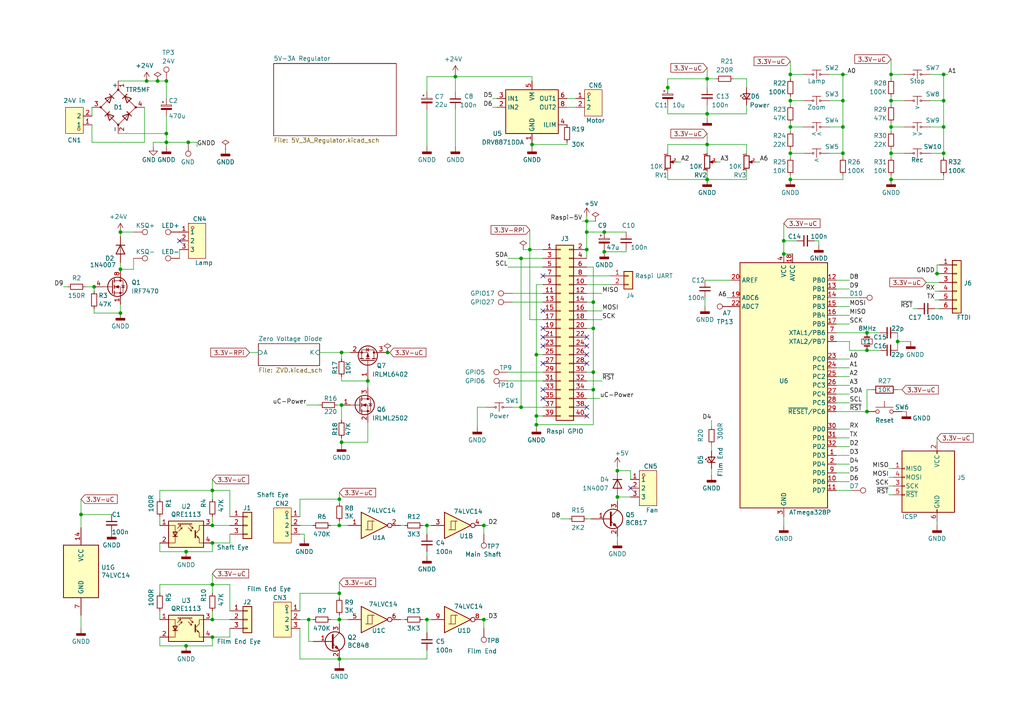
<source format=kicad_sch>
(kicad_sch (version 20230121) (generator eeschema)
  (paper "A4")
  (junction (at 273.685 21.59))
  (junction (at 229.235 29.21))
  (junction (at 170.18 64.135))
  (junction (at 99.06 128.27))
  (junction (at 205.105 33.02))
  (junction (at 258.445 21.59))
  (junction (at 170.18 67.31))
  (junction (at 48.26 38.735))
  (junction (at 48.26 41.275))
  (junction (at 42.545 23.495))
  (junction (at 172.085 95.25))
  (junction (at 132.08 22.225))
  (junction (at 244.475 36.83))
  (junction (at 61.595 142.24))
  (junction (at 258.445 44.45))
  (junction (at 61.595 179.705))
  (junction (at 155.575 123.19))
  (junction (at 98.425 152.4))
  (junction (at 23.495 149.225))
  (junction (at 89.535 179.705))
  (junction (at 53.975 187.325))
  (junction (at 258.445 36.83))
  (junction (at 251.46 119.38))
  (junction (at 273.685 44.45))
  (junction (at 271.78 79.375))
  (junction (at 251.46 96.52))
  (junction (at 54.61 41.275))
  (junction (at 61.595 169.545))
  (junction (at 170.18 72.39))
  (junction (at 45.72 23.495))
  (junction (at 175.26 73.025))
  (junction (at 227.33 73.66))
  (junction (at 61.595 152.4))
  (junction (at 193.675 25.4))
  (junction (at 155.575 120.65))
  (junction (at 229.235 21.59))
  (junction (at 155.575 102.87))
  (junction (at 98.425 179.705))
  (junction (at 98.425 172.085))
  (junction (at 179.07 136.525))
  (junction (at 244.475 21.59))
  (junction (at 258.445 29.21))
  (junction (at 172.085 107.95))
  (junction (at 273.685 29.21))
  (junction (at 34.925 90.805))
  (junction (at 229.235 44.45))
  (junction (at 123.825 179.705))
  (junction (at 175.26 67.31))
  (junction (at 273.685 36.83))
  (junction (at 205.105 22.86))
  (junction (at 172.085 87.63))
  (junction (at 99.06 102.235))
  (junction (at 151.13 118.11))
  (junction (at 172.085 113.03))
  (junction (at 106.68 110.49))
  (junction (at 61.595 157.48))
  (junction (at 99.06 117.475))
  (junction (at 140.335 179.705))
  (junction (at 34.925 78.105))
  (junction (at 229.235 52.07))
  (junction (at 98.425 191.135))
  (junction (at 179.07 144.145))
  (junction (at 112.395 102.235))
  (junction (at 229.235 36.83))
  (junction (at 258.445 52.07))
  (junction (at 123.825 152.4))
  (junction (at 153.67 72.39))
  (junction (at 53.975 160.02))
  (junction (at 227.33 69.85))
  (junction (at 244.475 44.45))
  (junction (at 205.105 41.91))
  (junction (at 27.305 83.185))
  (junction (at 34.925 67.31))
  (junction (at 205.105 52.07))
  (junction (at 151.13 74.93))
  (junction (at 61.595 184.785))
  (junction (at 251.46 101.6))
  (junction (at 154.305 41.91))
  (junction (at 140.335 152.4))
  (junction (at 98.425 144.78))
  (junction (at 244.475 29.21))
  (junction (at 260.35 99.06))
  (junction (at 48.26 23.495))
  (no_connect (at 157.48 97.79))
  (no_connect (at 157.48 100.33))
  (no_connect (at 52.07 69.85))
  (no_connect (at 170.18 102.87))
  (no_connect (at 157.48 113.03))
  (no_connect (at 170.18 97.79))
  (no_connect (at 157.48 95.25))
  (no_connect (at 157.48 80.01))
  (no_connect (at 170.18 105.41))
  (no_connect (at 157.48 115.57))
  (no_connect (at 170.18 118.11))
  (no_connect (at 157.48 90.17))
  (no_connect (at 170.18 120.65))
  (no_connect (at 182.88 141.605))
  (no_connect (at 170.18 100.33))
  (no_connect (at 157.48 105.41))
  (wire (pts (xy 154.305 41.91) (xy 164.465 41.91)))
  (wire (pts (xy 98.425 179.705) (xy 98.425 178.435)))
  (wire (pts (xy 206.375 121.92) (xy 206.375 123.825)))
  (wire (pts (xy 258.445 35.56) (xy 258.445 36.83)))
  (wire (pts (xy 251.46 113.03) (xy 252.73 113.03)))
  (wire (pts (xy 61.595 169.545) (xy 61.595 172.085)))
  (wire (pts (xy 269.875 44.45) (xy 273.685 44.45)))
  (wire (pts (xy 242.57 142.24) (xy 247.015 142.24)))
  (wire (pts (xy 147.32 77.47) (xy 157.48 77.47)))
  (wire (pts (xy 258.445 50.8) (xy 258.445 52.07)))
  (wire (pts (xy 170.18 90.17) (xy 174.625 90.17)))
  (wire (pts (xy 23.495 178.435) (xy 23.495 182.245)))
  (wire (pts (xy 172.085 107.95) (xy 172.085 113.03)))
  (wire (pts (xy 148.59 87.63) (xy 157.48 87.63)))
  (wire (pts (xy 88.265 154.94) (xy 88.265 156.21)))
  (wire (pts (xy 112.395 102.235) (xy 113.03 102.235)))
  (wire (pts (xy 66.675 149.86) (xy 66.675 142.24)))
  (wire (pts (xy 205.105 22.86) (xy 205.105 25.4)))
  (wire (pts (xy 122.555 179.705) (xy 123.825 179.705)))
  (wire (pts (xy 172.085 123.19) (xy 155.575 123.19)))
  (wire (pts (xy 54.61 41.275) (xy 57.15 41.275)))
  (wire (pts (xy 98.425 144.78) (xy 98.425 146.05)))
  (wire (pts (xy 122.555 152.4) (xy 123.825 152.4)))
  (wire (pts (xy 148.59 85.09) (xy 157.48 85.09)))
  (wire (pts (xy 229.235 50.8) (xy 229.235 52.07)))
  (wire (pts (xy 99.06 110.49) (xy 106.68 110.49)))
  (wire (pts (xy 242.57 137.16) (xy 246.38 137.16)))
  (wire (pts (xy 258.445 36.83) (xy 262.255 36.83)))
  (wire (pts (xy 92.71 102.235) (xy 99.06 102.235)))
  (wire (pts (xy 41.91 31.115) (xy 41.91 41.275)))
  (wire (pts (xy 116.205 179.705) (xy 117.475 179.705)))
  (wire (pts (xy 210.82 86.36) (xy 212.09 86.36)))
  (wire (pts (xy 193.675 25.4) (xy 193.675 22.86)))
  (wire (pts (xy 168.91 64.135) (xy 170.18 64.135)))
  (wire (pts (xy 212.725 22.86) (xy 216.535 22.86)))
  (wire (pts (xy 227.33 64.77) (xy 227.33 69.85)))
  (wire (pts (xy 66.675 169.545) (xy 61.595 169.545)))
  (wire (pts (xy 95.885 179.705) (xy 98.425 179.705)))
  (wire (pts (xy 106.68 109.855) (xy 106.68 110.49)))
  (wire (pts (xy 175.26 73.025) (xy 181.61 73.025)))
  (wire (pts (xy 216.535 49.53) (xy 216.535 52.07)))
  (wire (pts (xy 271.78 76.835) (xy 271.78 79.375)))
  (wire (pts (xy 271.78 79.375) (xy 272.415 79.375)))
  (wire (pts (xy 140.335 152.4) (xy 140.335 154.94)))
  (wire (pts (xy 251.46 96.52) (xy 255.27 96.52)))
  (wire (pts (xy 123.825 154.94) (xy 123.825 152.4)))
  (wire (pts (xy 45.72 23.495) (xy 48.26 23.495)))
  (wire (pts (xy 193.675 26.035) (xy 193.675 25.4)))
  (wire (pts (xy 227.33 149.86) (xy 227.33 152.4)))
  (wire (pts (xy 175.26 72.39) (xy 175.26 73.025)))
  (wire (pts (xy 207.645 46.99) (xy 208.915 46.99)))
  (wire (pts (xy 132.08 22.225) (xy 132.08 26.67)))
  (wire (pts (xy 66.675 154.94) (xy 66.675 157.48)))
  (wire (pts (xy 260.35 99.06) (xy 260.35 101.6)))
  (wire (pts (xy 46.355 172.085) (xy 46.355 169.545)))
  (wire (pts (xy 216.535 33.02) (xy 205.105 33.02)))
  (wire (pts (xy 273.685 21.59) (xy 273.685 29.21)))
  (wire (pts (xy 193.675 41.91) (xy 193.675 44.45)))
  (wire (pts (xy 66.675 184.785) (xy 61.595 184.785)))
  (wire (pts (xy 264.795 89.535) (xy 266.065 89.535)))
  (wire (pts (xy 219.075 46.99) (xy 220.345 46.99)))
  (wire (pts (xy 273.685 29.21) (xy 273.685 36.83)))
  (wire (pts (xy 164.465 28.575) (xy 167.005 28.575)))
  (wire (pts (xy 23.495 153.035) (xy 23.495 149.225)))
  (wire (pts (xy 61.595 177.165) (xy 61.595 179.705)))
  (wire (pts (xy 98.425 191.135) (xy 123.825 191.135)))
  (wire (pts (xy 98.425 191.135) (xy 98.425 192.405)))
  (wire (pts (xy 34.925 76.2) (xy 34.925 78.105)))
  (wire (pts (xy 240.665 36.83) (xy 244.475 36.83)))
  (wire (pts (xy 205.105 41.91) (xy 205.105 44.45)))
  (wire (pts (xy 272.415 76.835) (xy 271.78 76.835)))
  (wire (pts (xy 260.35 99.06) (xy 264.16 99.06)))
  (wire (pts (xy 204.47 81.28) (xy 212.09 81.28)))
  (wire (pts (xy 72.39 102.235) (xy 74.93 102.235)))
  (wire (pts (xy 155.575 82.55) (xy 155.575 102.87)))
  (wire (pts (xy 132.08 21.59) (xy 132.08 22.225)))
  (wire (pts (xy 242.57 109.22) (xy 246.38 109.22)))
  (wire (pts (xy 205.105 38.735) (xy 205.105 41.91)))
  (wire (pts (xy 99.06 128.27) (xy 99.06 128.905)))
  (wire (pts (xy 46.355 152.4) (xy 46.355 149.86)))
  (wire (pts (xy 27.305 90.805) (xy 27.305 89.535)))
  (wire (pts (xy 48.26 41.275) (xy 48.26 42.545)))
  (wire (pts (xy 172.085 77.47) (xy 172.085 87.63)))
  (wire (pts (xy 106.68 110.49) (xy 106.68 112.395)))
  (wire (pts (xy 123.825 152.4) (xy 125.095 152.4)))
  (wire (pts (xy 132.08 22.225) (xy 154.305 22.225)))
  (wire (pts (xy 242.57 119.38) (xy 251.46 119.38)))
  (wire (pts (xy 227.33 69.85) (xy 231.14 69.85)))
  (wire (pts (xy 229.235 29.21) (xy 229.235 30.48)))
  (wire (pts (xy 53.975 160.02) (xy 61.595 160.02)))
  (wire (pts (xy 271.145 84.455) (xy 272.415 84.455)))
  (wire (pts (xy 242.57 129.54) (xy 246.38 129.54)))
  (wire (pts (xy 242.57 139.7) (xy 246.38 139.7)))
  (wire (pts (xy 261.62 119.38) (xy 262.89 119.38)))
  (wire (pts (xy 216.535 41.91) (xy 216.535 44.45)))
  (wire (pts (xy 271.145 86.995) (xy 272.415 86.995)))
  (wire (pts (xy 98.425 168.91) (xy 98.425 172.085)))
  (wire (pts (xy 170.18 87.63) (xy 172.085 87.63)))
  (wire (pts (xy 86.995 172.085) (xy 98.425 172.085)))
  (wire (pts (xy 106.68 128.27) (xy 99.06 128.27)))
  (wire (pts (xy 229.235 44.45) (xy 233.045 44.45)))
  (wire (pts (xy 132.08 22.225) (xy 123.825 22.225)))
  (wire (pts (xy 99.06 104.14) (xy 99.06 102.235)))
  (wire (pts (xy 170.18 110.49) (xy 174.625 110.49)))
  (wire (pts (xy 205.105 52.07) (xy 216.535 52.07)))
  (wire (pts (xy 170.18 95.25) (xy 172.085 95.25)))
  (wire (pts (xy 154.305 42.545) (xy 154.305 41.91)))
  (wire (pts (xy 86.995 144.78) (xy 86.995 149.86)))
  (wire (pts (xy 99.06 117.475) (xy 99.06 121.92)))
  (wire (pts (xy 48.26 41.275) (xy 44.45 41.275)))
  (wire (pts (xy 246.38 99.06) (xy 246.38 101.6)))
  (wire (pts (xy 147.32 110.49) (xy 157.48 110.49)))
  (wire (pts (xy 66.675 142.24) (xy 61.595 142.24)))
  (wire (pts (xy 273.685 44.45) (xy 273.685 45.72)))
  (wire (pts (xy 273.685 50.8) (xy 273.685 52.07)))
  (wire (pts (xy 61.595 152.4) (xy 66.675 152.4)))
  (wire (pts (xy 66.675 182.245) (xy 66.675 184.785)))
  (wire (pts (xy 151.13 74.93) (xy 157.48 74.93)))
  (wire (pts (xy 205.105 19.685) (xy 205.105 22.86)))
  (wire (pts (xy 170.18 115.57) (xy 173.99 115.57)))
  (wire (pts (xy 48.26 23.495) (xy 48.26 28.575)))
  (wire (pts (xy 98.425 142.875) (xy 98.425 144.78)))
  (wire (pts (xy 258.445 21.59) (xy 262.255 21.59)))
  (wire (pts (xy 61.595 160.02) (xy 61.595 157.48)))
  (wire (pts (xy 229.235 35.56) (xy 229.235 36.83)))
  (wire (pts (xy 46.355 169.545) (xy 61.595 169.545)))
  (wire (pts (xy 99.06 102.235) (xy 101.6 102.235)))
  (wire (pts (xy 269.875 29.21) (xy 273.685 29.21)))
  (wire (pts (xy 86.995 179.705) (xy 89.535 179.705)))
  (wire (pts (xy 170.18 62.865) (xy 170.18 64.135)))
  (wire (pts (xy 123.825 183.515) (xy 123.825 179.705)))
  (wire (pts (xy 229.235 43.18) (xy 229.235 44.45)))
  (wire (pts (xy 242.57 124.46) (xy 246.38 124.46)))
  (wire (pts (xy 271.78 151.13) (xy 271.78 152.4)))
  (wire (pts (xy 123.825 42.545) (xy 123.825 31.75)))
  (wire (pts (xy 66.675 157.48) (xy 61.595 157.48)))
  (wire (pts (xy 155.575 120.65) (xy 157.48 120.65)))
  (wire (pts (xy 242.57 114.3) (xy 246.38 114.3)))
  (wire (pts (xy 123.825 160.02) (xy 123.825 161.29)))
  (wire (pts (xy 116.205 152.4) (xy 117.475 152.4)))
  (wire (pts (xy 54.61 41.275) (xy 48.26 41.275)))
  (wire (pts (xy 206.375 128.905) (xy 206.375 130.81)))
  (wire (pts (xy 23.495 149.225) (xy 32.385 149.225)))
  (wire (pts (xy 216.535 30.48) (xy 216.535 33.02)))
  (wire (pts (xy 86.995 182.245) (xy 86.995 191.135)))
  (wire (pts (xy 181.61 73.025) (xy 181.61 72.39)))
  (wire (pts (xy 242.57 99.06) (xy 246.38 99.06)))
  (wire (pts (xy 242.57 111.76) (xy 246.38 111.76)))
  (wire (pts (xy 258.445 27.94) (xy 258.445 29.21)))
  (wire (pts (xy 170.18 72.39) (xy 170.18 74.93)))
  (wire (pts (xy 258.445 43.18) (xy 258.445 44.45)))
  (wire (pts (xy 246.38 101.6) (xy 251.46 101.6)))
  (wire (pts (xy 147.32 107.95) (xy 157.48 107.95)))
  (wire (pts (xy 205.105 41.91) (xy 216.535 41.91)))
  (wire (pts (xy 257.81 143.51) (xy 259.08 143.51)))
  (wire (pts (xy 244.475 21.59) (xy 244.475 29.21)))
  (wire (pts (xy 271.78 127) (xy 271.78 128.27)))
  (wire (pts (xy 53.975 187.325) (xy 61.595 187.325)))
  (wire (pts (xy 229.235 21.59) (xy 229.235 22.86)))
  (wire (pts (xy 205.105 22.86) (xy 207.645 22.86)))
  (wire (pts (xy 170.18 67.31) (xy 175.26 67.31)))
  (wire (pts (xy 260.35 113.03) (xy 261.62 113.03)))
  (wire (pts (xy 170.18 92.71) (xy 174.625 92.71)))
  (wire (pts (xy 242.57 88.9) (xy 246.38 88.9)))
  (wire (pts (xy 138.43 118.11) (xy 138.43 123.825)))
  (wire (pts (xy 193.675 30.48) (xy 193.675 33.02)))
  (wire (pts (xy 34.925 67.31) (xy 38.735 67.31)))
  (wire (pts (xy 155.575 123.19) (xy 155.575 120.65)))
  (wire (pts (xy 170.18 64.135) (xy 172.72 64.135)))
  (wire (pts (xy 244.475 29.21) (xy 244.475 36.83)))
  (wire (pts (xy 193.675 49.53) (xy 193.675 52.07)))
  (wire (pts (xy 273.685 36.83) (xy 273.685 44.45)))
  (wire (pts (xy 258.445 52.07) (xy 273.685 52.07)))
  (wire (pts (xy 205.105 33.02) (xy 193.675 33.02)))
  (wire (pts (xy 193.675 22.86) (xy 205.105 22.86)))
  (wire (pts (xy 151.13 74.93) (xy 151.13 118.11)))
  (wire (pts (xy 244.475 44.45) (xy 244.475 45.72)))
  (wire (pts (xy 205.105 30.48) (xy 205.105 33.02)))
  (wire (pts (xy 98.425 152.4) (xy 100.965 152.4)))
  (wire (pts (xy 258.445 44.45) (xy 258.445 45.72)))
  (wire (pts (xy 98.425 180.975) (xy 98.425 179.705)))
  (wire (pts (xy 34.925 88.265) (xy 34.925 90.805)))
  (wire (pts (xy 258.445 44.45) (xy 262.255 44.45)))
  (wire (pts (xy 271.145 79.375) (xy 271.78 79.375)))
  (wire (pts (xy 46.355 144.78) (xy 46.355 142.24)))
  (wire (pts (xy 27.305 90.805) (xy 34.925 90.805)))
  (wire (pts (xy 237.49 69.85) (xy 237.49 71.12)))
  (wire (pts (xy 258.445 29.21) (xy 262.255 29.21)))
  (wire (pts (xy 229.235 36.83) (xy 233.045 36.83)))
  (wire (pts (xy 242.57 91.44) (xy 246.38 91.44)))
  (wire (pts (xy 123.825 188.595) (xy 123.825 191.135)))
  (wire (pts (xy 170.18 64.135) (xy 170.18 67.31)))
  (wire (pts (xy 98.425 172.085) (xy 98.425 173.355)))
  (wire (pts (xy 242.57 132.08) (xy 246.38 132.08)))
  (wire (pts (xy 240.665 29.21) (xy 244.475 29.21)))
  (wire (pts (xy 242.57 127) (xy 246.38 127)))
  (wire (pts (xy 170.18 80.01) (xy 177.165 80.01)))
  (wire (pts (xy 251.46 119.38) (xy 251.46 113.03)))
  (wire (pts (xy 196.215 46.99) (xy 197.485 46.99)))
  (wire (pts (xy 46.355 142.24) (xy 61.595 142.24)))
  (wire (pts (xy 46.355 160.02) (xy 53.975 160.02)))
  (wire (pts (xy 157.48 82.55) (xy 155.575 82.55)))
  (wire (pts (xy 242.57 134.62) (xy 246.38 134.62)))
  (wire (pts (xy 42.545 23.495) (xy 45.72 23.495)))
  (wire (pts (xy 204.47 86.36) (xy 204.47 88.9)))
  (wire (pts (xy 260.35 96.52) (xy 260.35 99.06)))
  (wire (pts (xy 242.57 116.84) (xy 246.38 116.84)))
  (wire (pts (xy 179.07 135.255) (xy 179.07 136.525)))
  (wire (pts (xy 164.465 41.91) (xy 164.465 41.275)))
  (wire (pts (xy 123.825 22.225) (xy 123.825 26.67)))
  (wire (pts (xy 164.465 31.115) (xy 167.005 31.115)))
  (wire (pts (xy 86.995 154.94) (xy 88.265 154.94)))
  (wire (pts (xy 154.305 23.495) (xy 154.305 22.225)))
  (wire (pts (xy 268.605 81.915) (xy 272.415 81.915)))
  (wire (pts (xy 154.305 41.91) (xy 154.305 41.275)))
  (wire (pts (xy 142.875 31.115) (xy 144.145 31.115)))
  (wire (pts (xy 38.735 74.93) (xy 38.735 78.105)))
  (wire (pts (xy 140.335 152.4) (xy 141.605 152.4)))
  (wire (pts (xy 170.18 72.39) (xy 170.18 67.31)))
  (wire (pts (xy 95.885 152.4) (xy 98.425 152.4)))
  (wire (pts (xy 153.67 92.71) (xy 153.67 72.39)))
  (wire (pts (xy 205.105 33.02) (xy 205.105 34.29)))
  (wire (pts (xy 88.9 117.475) (xy 92.71 117.475)))
  (wire (pts (xy 61.595 179.705) (xy 66.675 179.705)))
  (wire (pts (xy 153.67 72.39) (xy 157.48 72.39)))
  (wire (pts (xy 151.13 118.11) (xy 157.48 118.11)))
  (wire (pts (xy 172.085 113.03) (xy 172.085 123.19)))
  (wire (pts (xy 172.085 87.63) (xy 172.085 95.25)))
  (wire (pts (xy 142.875 28.575) (xy 144.145 28.575)))
  (wire (pts (xy 86.995 191.135) (xy 98.425 191.135)))
  (wire (pts (xy 193.675 41.91) (xy 205.105 41.91)))
  (wire (pts (xy 179.07 144.145) (xy 182.88 144.145)))
  (wire (pts (xy 34.29 38.735) (xy 48.26 38.735)))
  (wire (pts (xy 269.875 21.59) (xy 273.685 21.59)))
  (wire (pts (xy 258.445 29.21) (xy 258.445 30.48)))
  (wire (pts (xy 229.235 21.59) (xy 233.045 21.59)))
  (wire (pts (xy 258.445 17.145) (xy 258.445 21.59)))
  (wire (pts (xy 90.805 179.705) (xy 89.535 179.705)))
  (wire (pts (xy 229.235 17.78) (xy 229.235 21.59)))
  (wire (pts (xy 244.475 36.83) (xy 244.475 44.45)))
  (wire (pts (xy 257.81 138.43) (xy 259.08 138.43)))
  (wire (pts (xy 242.57 83.82) (xy 246.38 83.82)))
  (wire (pts (xy 240.665 21.59) (xy 244.475 21.59)))
  (wire (pts (xy 98.425 152.4) (xy 98.425 151.13)))
  (wire (pts (xy 258.445 21.59) (xy 258.445 22.86)))
  (wire (pts (xy 46.355 184.785) (xy 46.355 187.325)))
  (wire (pts (xy 23.495 144.78) (xy 23.495 149.225)))
  (wire (pts (xy 61.595 187.325) (xy 61.595 184.785)))
  (wire (pts (xy 132.08 42.545) (xy 132.08 31.75)))
  (wire (pts (xy 46.355 179.705) (xy 46.355 177.165)))
  (wire (pts (xy 41.91 41.275) (xy 26.67 41.275)))
  (wire (pts (xy 155.575 102.87) (xy 155.575 120.65)))
  (wire (pts (xy 258.445 36.83) (xy 258.445 38.1)))
  (wire (pts (xy 162.56 150.495) (xy 165.1 150.495)))
  (wire (pts (xy 57.15 41.275) (xy 57.15 42.545)))
  (wire (pts (xy 89.535 179.705) (xy 89.535 186.055)))
  (wire (pts (xy 151.765 72.39) (xy 153.67 72.39)))
  (wire (pts (xy 46.355 187.325) (xy 53.975 187.325)))
  (wire (pts (xy 271.145 89.535) (xy 272.415 89.535)))
  (wire (pts (xy 61.595 166.37) (xy 61.595 169.545)))
  (wire (pts (xy 257.81 135.89) (xy 259.08 135.89)))
  (wire (pts (xy 24.765 83.185) (xy 27.305 83.185)))
  (wire (pts (xy 179.07 155.575) (xy 179.07 156.845)))
  (wire (pts (xy 240.665 44.45) (xy 244.475 44.45)))
  (wire (pts (xy 86.995 144.78) (xy 98.425 144.78)))
  (wire (pts (xy 251.46 101.6) (xy 255.27 101.6)))
  (wire (pts (xy 153.67 66.675) (xy 153.67 72.39)))
  (wire (pts (xy 123.825 179.705) (xy 125.095 179.705)))
  (wire (pts (xy 34.29 23.495) (xy 42.545 23.495)))
  (wire (pts (xy 273.685 21.59) (xy 274.955 21.59)))
  (wire (pts (xy 193.675 52.07) (xy 205.105 52.07)))
  (wire (pts (xy 99.06 109.22) (xy 99.06 110.49)))
  (wire (pts (xy 182.88 136.525) (xy 182.88 139.065)))
  (wire (pts (xy 242.57 106.68) (xy 246.38 106.68)))
  (wire (pts (xy 175.26 67.31) (xy 181.61 67.31)))
  (wire (pts (xy 244.475 21.59) (xy 245.745 21.59)))
  (wire (pts (xy 242.57 81.28) (xy 246.38 81.28)))
  (wire (pts (xy 157.48 92.71) (xy 153.67 92.71)))
  (wire (pts (xy 99.06 127) (xy 99.06 128.27)))
  (wire (pts (xy 52.07 72.39) (xy 52.07 74.93)))
  (wire (pts (xy 44.45 41.275) (xy 44.45 42.545)))
  (wire (pts (xy 155.575 123.19) (xy 155.575 123.825)))
  (wire (pts (xy 86.995 152.4) (xy 90.805 152.4)))
  (wire (pts (xy 140.335 179.705) (xy 140.335 182.245)))
  (wire (pts (xy 106.68 122.555) (xy 106.68 128.27)))
  (wire (pts (xy 269.875 36.83) (xy 273.685 36.83)))
  (wire (pts (xy 147.32 74.93) (xy 151.13 74.93)))
  (wire (pts (xy 61.595 142.24) (xy 61.595 144.78)))
  (wire (pts (xy 148.59 118.11) (xy 151.13 118.11)))
  (wire (pts (xy 206.375 135.89) (xy 206.375 137.795)))
  (wire (pts (xy 18.415 83.185) (xy 19.685 83.185)))
  (wire (pts (xy 170.18 113.03) (xy 172.085 113.03)))
  (wire (pts (xy 86.995 172.085) (xy 86.995 177.165)))
  (wire (pts (xy 229.235 44.45) (xy 229.235 45.72)))
  (wire (pts (xy 48.26 41.275) (xy 48.26 38.735)))
  (wire (pts (xy 170.18 77.47) (xy 172.085 77.47)))
  (wire (pts (xy 170.18 107.95) (xy 172.085 107.95)))
  (wire (pts (xy 98.425 179.705) (xy 100.965 179.705)))
  (wire (pts (xy 229.235 29.21) (xy 233.045 29.21)))
  (wire (pts (xy 227.33 69.85) (xy 227.33 73.66)))
  (wire (pts (xy 170.18 150.495) (xy 171.45 150.495)))
  (wire (pts (xy 38.735 78.105) (xy 34.925 78.105)))
  (wire (pts (xy 172.085 95.25) (xy 172.085 107.95)))
  (wire (pts (xy 242.57 93.98) (xy 246.38 93.98)))
  (wire (pts (xy 244.475 50.8) (xy 244.475 52.07)))
  (wire (pts (xy 216.535 22.86) (xy 216.535 25.4)))
  (wire (pts (xy 229.235 52.07) (xy 244.475 52.07)))
  (wire (pts (xy 242.57 96.52) (xy 251.46 96.52)))
  (wire (pts (xy 236.22 69.85) (xy 237.49 69.85)))
  (wire (pts (xy 140.335 179.705) (xy 141.605 179.705)))
  (wire (pts (xy 229.235 27.94) (xy 229.235 29.21)))
  (wire (pts (xy 112.395 102.235) (xy 111.76 102.235)))
  (wire (pts (xy 205.105 52.07) (xy 205.105 49.53)))
  (wire (pts (xy 26.67 36.195) (xy 26.67 41.275)))
  (wire (pts (xy 61.595 139.065) (xy 61.595 142.24)))
  (wire (pts (xy 66.675 177.165) (xy 66.675 169.545)))
  (wire (pts (xy 46.355 157.48) (xy 46.355 160.02)))
  (wire (pts (xy 179.07 136.525) (xy 182.88 136.525)))
  (wire (pts (xy 227.33 73.66) (xy 229.87 73.66)))
  (wire (pts (xy 248.92 86.36) (xy 242.57 86.36)))
  (wire (pts (xy 242.57 104.14) (xy 246.38 104.14)))
  (wire (pts (xy 89.535 186.055) (xy 90.805 186.055)))
  (wire (pts (xy 229.235 36.83) (xy 229.235 38.1)))
  (wire (pts (xy 26.67 33.655) (xy 26.67 31.115)))
  (wire (pts (xy 34.925 67.31) (xy 34.925 68.58)))
  (wire (pts (xy 138.43 118.11) (xy 140.97 118.11)))
  (wire (pts (xy 170.18 85.09) (xy 174.625 85.09)))
  (wire (pts (xy 179.07 144.145) (xy 179.07 145.415)))
  (wire (pts (xy 170.18 82.55) (xy 177.165 82.55)))
  (wire (pts (xy 27.305 83.185) (xy 27.305 84.455)))
  (wire (pts (xy 257.81 140.97) (xy 259.08 140.97)))
  (wire (pts (xy 155.575 102.87) (xy 157.48 102.87)))
  (wire (pts (xy 61.595 149.86) (xy 61.595 152.4)))
  (wire (pts (xy 48.26 33.655) (xy 48.26 38.735)))
  (wire (pts (xy 97.79 117.475) (xy 99.06 117.475)))
  (label "D4" (at 206.375 121.92 180))
  (label "GNDD" (at 57.15 42.545 0))
  (label "D3" (at 141.605 179.705 0))
  (label "GNDD" (at 271.145 79.375 180))
  (label "TX" (at 271.145 86.995 180))
  (label "SDA" (at 246.38 114.3 0))
  (label "A3" (at 208.915 46.99 0))
  (label "RX" (at 246.38 124.46 0))
  (label "A1" (at 246.38 106.68 0))
  (label "A0" (at 246.38 104.14 0))
  (label "MISO" (at 174.625 85.09 0))
  (label "D6" (at 246.38 139.7 0))
  (label "D5" (at 246.38 137.16 0))
  (label "MOSI" (at 246.38 88.9 0))
  (label "SCK" (at 174.625 92.71 0))
  (label "uC-Power" (at 173.99 115.57 0))
  (label "MOSI" (at 257.81 138.43 180))
  (label "TX" (at 246.38 127 0))
  (label "A2" (at 246.38 109.22 0))
  (label "SCL" (at 246.38 116.84 0))
  (label "MISO" (at 257.81 135.89 180))
  (label "A6" (at 220.345 46.99 0))
  (label "A1" (at 274.955 21.59 0))
  (label "D2" (at 141.605 152.4 0))
  (label "A2" (at 197.485 46.99 0))
  (label "D8" (at 246.38 81.28 0))
  (label "~{RST}" (at 264.795 89.535 180))
  (label "SCK" (at 257.81 140.97 180))
  (label "uC-Power" (at 88.9 117.475 180))
  (label "D5" (at 142.875 28.575 180))
  (label "Raspi-5V" (at 168.91 64.135 180))
  (label "SCL" (at 147.32 77.47 180))
  (label "~{RST}" (at 246.38 119.38 0))
  (label "D9" (at 18.415 83.185 180))
  (label "D2" (at 246.38 129.54 0))
  (label "A3" (at 246.38 111.76 0))
  (label "A6" (at 210.82 86.36 180))
  (label "~{RST}" (at 174.625 110.49 0))
  (label "SDA" (at 147.32 74.93 180))
  (label "RX" (at 271.145 84.455 180))
  (label "D9" (at 246.38 83.82 0))
  (label "SCK" (at 246.38 93.98 0))
  (label "D3" (at 246.38 132.08 0))
  (label "D8" (at 162.56 150.495 180))
  (label "D4" (at 246.38 134.62 0))
  (label "D6" (at 142.875 31.115 180))
  (label "~{RST}" (at 257.81 143.51 180))
  (label "MISO" (at 246.38 91.44 0))
  (label "MOSI" (at 174.625 90.17 0))
  (label "A0" (at 245.745 21.59 0))
  (global_label "3.3V-uC" (shape input) (at 113.03 102.235 0) (property "Intersheetrefs" "${INTERSHEET_REFS}" (effects hide)))
  (global_label "3.3V-uC" (shape input) (at 268.605 81.915 180) (property "Intersheetrefs" "${INTERSHEET_REFS}" (effects hide)))
  (global_label "3.3V-uC" (shape input) (at 229.235 17.78 180) (property "Intersheetrefs" "${INTERSHEET_REFS}" (effects hide)))
  (global_label "3.3V-uC" (shape input) (at 258.445 17.145 180) (property "Intersheetrefs" "${INTERSHEET_REFS}" (effects hide)))
  (global_label "3.3V-uC" (shape input) (at 23.495 144.78 0) (property "Intersheetrefs" "${INTERSHEET_REFS}" (effects hide)))
  (global_label "3.3V-uC" (shape input) (at 98.425 168.91 0) (property "Intersheetrefs" "${INTERSHEET_REFS}" (effects hide)))
  (global_label "3.3V-RPi" (shape input) (at 72.39 102.235 180) (property "Intersheetrefs" "${INTERSHEET_REFS}" (effects hide)))
  (global_label "3.3V-RPi" (shape input) (at 153.67 66.675 180) (property "Intersheetrefs" "${INTERSHEET_REFS}" (effects hide)))
  (global_label "3.3V-uC" (shape input) (at 61.595 166.37 0) (property "Intersheetrefs" "${INTERSHEET_REFS}" (effects hide)))
  (global_label "3.3V-uC" (shape input) (at 261.62 113.03 0) (property "Intersheetrefs" "${INTERSHEET_REFS}" (effects hide)))
  (global_label "3.3V-uC" (shape input) (at 205.105 19.685 180) (property "Intersheetrefs" "${INTERSHEET_REFS}" (effects hide)))
  (global_label "3.3V-uC" (shape input) (at 98.425 142.875 0) (property "Intersheetrefs" "${INTERSHEET_REFS}" (effects hide)))
  (global_label "3.3V-uC" (shape input) (at 227.33 64.77 0) (property "Intersheetrefs" "${INTERSHEET_REFS}" (effects hide)))
  (global_label "3.3V-uC" (shape input) (at 205.105 38.735 180) (property "Intersheetrefs" "${INTERSHEET_REFS}" (effects hide)))
  (global_label "3.3V-uC" (shape input) (at 61.595 139.065 0) (property "Intersheetrefs" "${INTERSHEET_REFS}" (effects hide)))
  (global_label "3.3V-uC" (shape input) (at 271.78 127 0) (property "Intersheetrefs" "${INTERSHEET_REFS}" (effects hide)))
  (symbol (lib_id "MCU_Microchip_ATmega:ATmega328P-A") (at 227.33 111.76 0) (unit 1)
    (property "Reference" "U6" (at 227.33 110.49 0))
    (property "Value" "ATmega328P" (at 234.95 148.59 0))
    (property "Footprint" "Package_QFP:TQFP-32_7x7mm_P0.8mm" (effects hide))
    (property "Datasheet" "http://ww1.microchip.com/downloads/en/DeviceDoc/ATmega328_P%20AVR%20MCU%20with%20picoPower%20Technology%20Data%20Sheet%2040001984A.pdf" (effects hide))
    (property "LCSC" "C14877" (effects hide))
  )
  (symbol (lib_id "Device:C_Small") (at 257.81 96.52 270) (unit 1)
    (property "Reference" "C15" (at 255.27 97.79 90))
    (property "Value" "22p" (at 260.35 95.25 90))
    (property "Footprint" "Capacitor_SMD:C_0805_2012Metric" (effects hide))
    (property "Datasheet" "https://datasheet.lcsc.com/lcsc/2304140030_Samsung-Electro-Mechanics-CL21C220JBANNNC_C1804.pdf" (effects hide))
    (property "LCSC" "C1804" (effects hide))
  )
  (symbol (lib_id "Device:C_Small") (at 257.81 101.6 90) (mirror x) (unit 1)
    (property "Reference" "C16" (at 255.27 100.33 90))
    (property "Value" "22p" (at 260.35 102.87 90))
    (property "Footprint" "Capacitor_SMD:C_0805_2012Metric" (effects hide))
    (property "Datasheet" "https://datasheet.lcsc.com/lcsc/2304140030_Samsung-Electro-Mechanics-CL21C220JBANNNC_C1804.pdf" (effects hide))
    (property "LCSC" "C1804" (effects hide))
  )
  (symbol (lib_id "Device:C_Small") (at 204.47 83.82 0) (unit 1)
    (property "Reference" "C12" (at 204.47 81.28 0) (effects (justify right)))
    (property "Value" "100n" (at 204.47 86.36 0) (effects (justify right)))
    (property "Footprint" "Capacitor_SMD:C_0805_2012Metric" (effects hide))
    (property "Datasheet" "https://datasheet.lcsc.com/lcsc/2304140030_Samsung-Electro-Mechanics-CL21B104KCFNNNE_C28233.pdf" (effects hide))
    (property "LCSC" "C28233" (effects hide))
  )
  (symbol (lib_id "Device:Crystal_Small") (at 251.46 99.06 270) (unit 1)
    (property "Reference" "Y1" (at 250.19 99.06 90) (effects (justify left)))
    (property "Value" "8MHz" (at 248.92 95.25 90) (effects (justify left)))
    (property "Footprint" "Crystal:Crystal_SMD_5032-2Pin_5.0x3.2mm" (effects hide))
    (property "Datasheet" "https://datasheet.lcsc.com/lcsc/2302201101_YXC-X50328MSB2GI_C115962.pdf" (effects hide))
    (property "LCSC" "C115962" (effects hide))
  )
  (symbol (lib_id "power:GNDD") (at 264.16 99.06 0) (unit 1)
    (property "Reference" "#PWR042" (effects hide))
    (property "Value" "GNDD" (at 265.43 102.87 0))
  )
  (symbol (lib_id "power:GNDD") (at 227.33 152.4 0) (unit 1)
    (property "Reference" "#PWR037" (effects hide))
    (property "Value" "GNDD" (at 227.33 156.21 0))
  )
  (symbol (lib_id "Device:R") (at 256.54 113.03 270) (unit 1)
    (property "Reference" "R27" (at 256.54 110.49 90))
    (property "Value" "10K" (at 256.54 113.03 90))
    (property "Footprint" "Resistor_SMD:R_0805_2012Metric" (effects hide))
    (property "LCSC" "C17414" (effects hide))
  )
  (symbol (lib_id "power:GNDD") (at 48.26 42.545 0) (unit 1)
    (property "Reference" "#PWR08" (effects hide))
    (property "Value" "GNDD" (at 48.26 46.355 0))
  )
  (symbol (lib_id "Device:C_Polarized_Small") (at 48.26 31.115 0) (unit 1)
    (property "Reference" "C2" (at 48.895 29.21 0) (effects (justify left)))
    (property "Value" "470u" (at 48.895 33.655 0) (effects (justify left)))
  )
  (symbol (lib_id "Connector_Generic:Conn_01x06") (at 277.495 81.915 0) (unit 1)
    (property "Reference" "J6" (at 279.527 82.1182 0) (effects (justify left)))
    (property "Value" "FTDI" (at 277.495 92.075 0) (effects (justify left)))
    (property "Footprint" "Connector_PinHeader_2.54mm:PinHeader_1x06_P2.54mm_Vertical" (effects hide))
  )
  (symbol (lib_id "power:GND") (at 44.45 42.545 0) (unit 1)
    (property "Reference" "#PWR07" (effects hide))
    (property "Value" "GND" (at 43.18 46.355 0))
  )
  (symbol (lib_name "QRE1113_1") (lib_id "Sensor_Proximity:QRE1113") (at 53.975 154.94 0) (unit 1)
    (property "Reference" "U2" (at 53.975 146.8882 0))
    (property "Value" "QRE1113" (at 53.975 149.1996 0))
    (property "Footprint" "Peacemans_Footprints:QRE1113GR-slim" (effects hide))
    (property "Datasheet" "http://www.onsemi.com/pub/Collateral/QRE1113-D.PDF" (effects hide))
  )
  (symbol (lib_id "Device:R_Small") (at 46.355 147.32 0) (unit 1)
    (property "Reference" "R1" (at 48.895 147.32 90) (effects (justify left)))
    (property "Value" "100R" (at 43.815 148.59 90) (effects (justify left)))
    (property "Footprint" "Resistor_SMD:R_0805_2012Metric" (effects hide))
  )
  (symbol (lib_id "Device:R_Small") (at 61.595 147.32 0) (unit 1)
    (property "Reference" "R4" (at 59.055 147.32 90) (effects (justify left)))
    (property "Value" "47K" (at 64.135 148.59 90) (effects (justify left)))
    (property "Footprint" "Resistor_SMD:R_0805_2012Metric" (effects hide))
    (property "LCSC" "C17713" (effects hide))
  )
  (symbol (lib_id "power:GNDD") (at 53.975 160.02 0) (unit 1)
    (property "Reference" "#PWR02" (effects hide))
    (property "Value" "GNDD" (at 53.975 163.83 0))
  )
  (symbol (lib_id "Device:C_Small") (at 268.605 89.535 270) (unit 1)
    (property "Reference" "C17" (at 267.335 92.075 90) (effects (justify right)))
    (property "Value" "100n" (at 273.685 92.075 90) (effects (justify right)))
    (property "Footprint" "Capacitor_SMD:C_0805_2012Metric" (effects hide))
    (property "Datasheet" "https://datasheet.lcsc.com/lcsc/2304140030_Samsung-Electro-Mechanics-CL21B104KCFNNNE_C28233.pdf" (effects hide))
    (property "LCSC" "C28233" (effects hide))
  )
  (symbol (lib_id "Connector:TestPoint") (at 48.26 23.495 0) (unit 1)
    (property "Reference" "TP3" (at 46.99 15.24 0) (effects (justify left)))
    (property "Value" "24V" (at 46.99 17.78 0) (effects (justify left)))
    (property "Footprint" "TestPoint:TestPoint_THTPad_D2.0mm_Drill1.0mm" (effects hide))
  )
  (symbol (lib_id "Connector:AVR-ISP-6") (at 269.24 140.97 0) (mirror y) (unit 1)
    (property "Reference" "J5" (at 277.622 138.5316 0) (effects (justify right)))
    (property "Value" "ICSP" (at 261.62 149.86 0) (effects (justify right)))
    (property "Footprint" "Connector_PinHeader_2.54mm:PinHeader_2x03_P2.54mm_Vertical" (effects hide))
    (property "Datasheet" " ~" (effects hide))
  )
  (symbol (lib_id "power:GNDD") (at 271.78 152.4 0) (unit 1)
    (property "Reference" "#PWR043" (effects hide))
    (property "Value" "GNDD" (at 271.78 156.21 0))
  )
  (symbol (lib_id "Device:C_Small") (at 233.68 69.85 90) (unit 1)
    (property "Reference" "C14" (at 232.41 68.58 90) (effects (justify left)))
    (property "Value" "100n" (at 240.03 68.58 90) (effects (justify left)))
    (property "Footprint" "Capacitor_SMD:C_0805_2012Metric" (effects hide))
    (property "Datasheet" "https://datasheet.lcsc.com/lcsc/2304140030_Samsung-Electro-Mechanics-CL21B104KCFNNNE_C28233.pdf" (effects hide))
    (property "LCSC" "C28233" (effects hide))
  )
  (symbol (lib_id "Device:C_Small") (at 32.385 151.765 0) (unit 1)
    (property "Reference" "C1" (at 32.385 149.225 0) (effects (justify left)))
    (property "Value" "100n" (at 32.385 154.305 0) (effects (justify left)))
    (property "Footprint" "LED_SMD:LED_0805_2012Metric" (effects hide))
    (property "Datasheet" "https://datasheet.lcsc.com/lcsc/2304140030_Samsung-Electro-Mechanics-CL21B104KCFNNNE_C28233.pdf" (effects hide))
    (property "LCSC" "C28233" (effects hide))
  )
  (symbol (lib_id "74xx:74HC14") (at 108.585 179.705 0) (unit 3)
    (property "Reference" "U1" (at 109.855 182.88 0))
    (property "Value" "74LVC14" (at 111.125 175.26 0))
    (property "Footprint" "Package_SO:SOIC-14_3.9x8.7mm_P1.27mm" (effects hide))
    (property "Datasheet" "https://datasheet.lcsc.com/lcsc/2304140030_Nexperia-74LVC14AD-118_C6065.pdf" (effects hide))
    (property "LCSC" " C6065" (effects hide))
  )
  (symbol (lib_id "74xx:74HC14") (at 132.715 179.705 0) (unit 4)
    (property "Reference" "U1" (at 134.62 182.88 0))
    (property "Value" "74LVC14" (at 135.89 175.895 0))
    (property "Footprint" "Package_SO:SOIC-14_3.9x8.7mm_P1.27mm" (effects hide))
    (property "Datasheet" "https://datasheet.lcsc.com/lcsc/2304140030_Nexperia-74LVC14AD-118_C6065.pdf" (effects hide))
    (property "LCSC" " C6065" (effects hide))
  )
  (symbol (lib_id "Device:R_Small") (at 120.015 179.705 90) (unit 1)
    (property "Reference" "R13" (at 120.015 177.165 90))
    (property "Value" "3K3" (at 120.015 182.245 90))
    (property "Footprint" "Resistor_SMD:R_0805_2012Metric" (effects hide))
    (property "LCSC" "C26010" (effects hide))
  )
  (symbol (lib_id "Device:C_Small") (at 123.825 186.055 0) (unit 1)
    (property "Reference" "C5" (at 126.365 186.055 0) (effects (justify left)))
    (property "Value" "100n" (at 126.365 188.595 0) (effects (justify left)))
    (property "Footprint" "Capacitor_SMD:C_0805_2012Metric" (effects hide))
    (property "Datasheet" "https://datasheet.lcsc.com/lcsc/2304140030_Samsung-Electro-Mechanics-CL21B104KCFNNNE_C28233.pdf" (effects hide))
    (property "LCSC" "C28233" (effects hide))
  )
  (symbol (lib_id "power:GNDD") (at 98.425 192.405 0) (unit 1)
    (property "Reference" "#PWR013" (effects hide))
    (property "Value" "GNDD" (at 98.425 196.215 0))
  )
  (symbol (lib_id "Transistor_BJT:BC847") (at 95.885 186.055 0) (unit 1)
    (property "Reference" "Q2" (at 100.7364 184.8866 0) (effects (justify left)))
    (property "Value" "BC848" (at 100.7364 187.198 0) (effects (justify left)))
    (property "Footprint" "Package_TO_SOT_SMD:SOT-23" (effects hide))
    (property "Datasheet" "https://www.mouser.de/datasheet/2/308/BC846ALT1-D-1293035.pdf" (effects hide))
    (property "LCSC" "C181142" (effects hide))
  )
  (symbol (lib_id "Device:R_Small") (at 93.345 179.705 90) (unit 1)
    (property "Reference" "R7" (at 93.345 177.165 90))
    (property "Value" "470K" (at 93.345 182.245 90))
    (property "Footprint" "Resistor_SMD:R_0805_2012Metric" (effects hide))
    (property "LCSC" "C17709" (effects hide))
  )
  (symbol (lib_id "Device:R_Small") (at 98.425 175.895 180) (unit 1)
    (property "Reference" "R9" (at 99.9236 174.7266 0) (effects (justify right)))
    (property "Value" "3K" (at 99.9236 177.038 0) (effects (justify right)))
    (property "Footprint" "Resistor_SMD:R_0805_2012Metric" (effects hide))
    (property "LCSC" "C17661" (effects hide))
  )
  (symbol (lib_id "Connector:TestPoint") (at 140.335 182.245 180) (unit 1)
    (property "Reference" "TP8" (at 144.907 185.801 0) (effects (justify left)))
    (property "Value" "Film End" (at 144.145 188.849 0) (effects (justify left)))
    (property "Footprint" "TestPoint:TestPoint_THTPad_D2.0mm_Drill1.0mm" (effects hide))
  )
  (symbol (lib_id "74xx:74HC14") (at 23.495 165.735 0) (unit 7)
    (property "Reference" "U1" (at 29.337 164.5666 0) (effects (justify left)))
    (property "Value" "74LVC14" (at 29.337 166.878 0) (effects (justify left)))
    (property "Footprint" "Package_SO:SOIC-14_3.9x8.7mm_P1.27mm" (effects hide))
    (property "Datasheet" "https://datasheet.lcsc.com/lcsc/2304140030_Nexperia-74LVC14AD-118_C6065.pdf" (effects hide))
    (property "LCSC" " C6065" (effects hide))
  )
  (symbol (lib_id "power:GNDD") (at 23.495 182.245 0) (unit 1)
    (property "Reference" "#PWR01" (effects hide))
    (property "Value" "GNDD" (at 23.495 186.055 0))
  )
  (symbol (lib_id "74xx:74HC14") (at 132.715 152.4 0) (unit 2)
    (property "Reference" "U1" (at 135.255 155.448 0))
    (property "Value" "74LVC14" (at 135.763 148.336 0))
    (property "Footprint" "Package_SO:SOIC-14_3.9x8.7mm_P1.27mm" (effects hide))
    (property "Datasheet" "https://datasheet.lcsc.com/lcsc/2304140030_Nexperia-74LVC14AD-118_C6065.pdf" (effects hide))
    (property "LCSC" " C6065" (effects hide))
  )
  (symbol (lib_id "power:PWR_FLAG") (at 45.72 23.495 0) (unit 1)
    (property "Reference" "#FLG01" (effects hide))
    (property "Value" "PWR_FLAG" (effects hide))
  )
  (symbol (lib_id "Device:C_Polarized_Small") (at 123.825 29.21 0) (unit 1)
    (property "Reference" "C7" (at 126.0602 28.0416 0) (effects (justify left)))
    (property "Value" "22u" (at 126.0602 30.353 0) (effects (justify left)))
    (property "Footprint" "Capacitor_SMD:CP_Elec_6.3x7.7" (effects hide))
    (property "LCSC" " C267472" (effects hide))
  )
  (symbol (lib_id "Diode:1N4001") (at 34.925 72.39 270) (unit 1)
    (property "Reference" "D2" (at 30.48 74.93 90) (effects (justify left)))
    (property "Value" "1N4007" (at 26.035 76.835 90) (effects (justify left)))
    (property "Footprint" "Diode_SMD:D_SOD-123F" (effects hide))
    (property "Datasheet" "https://datasheet.lcsc.com/lcsc/2308231038_MDD-Microdiode-Electronics--SM4007PL_C64898.pdf" (effects hide))
    (property "Sim.Device" "D" (effects hide))
    (property "Sim.Pins" "1=K 2=A" (effects hide))
    (property "LCSC" "C64898" (effects hide))
  )
  (symbol (lib_id "easyeda2kicad:KF142R-5.08-2P") (at 21.59 34.925 180) (unit 1)
    (property "Reference" "CN1" (at 21.59 40.64 0))
    (property "Value" "24V in" (at 21.59 29.21 0))
    (property "Footprint" "easyeda2kicad:CONN-TH_2P-P5.08_KF142R-5.08-2P" (effects hide))
    (property "Datasheet" "https://lcsc.com/product-detail/New-Quadratic-Unclassified-Data_Cixi-Kefa-Elec-KF142R-5-08-2P_C475144.html" (effects hide))
    (property "LCSC Part" "C475144" (effects hide))
  )
  (symbol (lib_id "power:GNDD") (at 123.825 161.29 0) (unit 1)
    (property "Reference" "#PWR018" (effects hide))
    (property "Value" "GNDD" (at 123.825 165.1 0))
  )
  (symbol (lib_id "Connector_Generic:Conn_01x03") (at 71.755 179.705 0) (unit 1)
    (property "Reference" "J2" (at 70.485 174.625 0) (effects (justify left)))
    (property "Value" "Film End Eye" (at 62.865 186.055 0) (effects (justify left)))
    (property "Footprint" "Connector_PinHeader_2.54mm:PinHeader_1x03_P2.54mm_Vertical" (effects hide))
  )
  (symbol (lib_id "Device:R_Small") (at 258.445 48.26 0) (unit 1)
    (property "Reference" "R31" (at 253.365 46.99 0) (effects (justify left)))
    (property "Value" "10K" (at 253.365 49.53 0) (effects (justify left)))
    (property "Footprint" "Resistor_SMD:R_0805_2012Metric" (effects hide))
    (property "LCSC" "C17414" (effects hide))
  )
  (symbol (lib_name "B3F-5000_sm_1") (lib_id "easyeda2kicad:B3F-5000_sm") (at 236.855 21.59 0) (unit 1)
    (property "Reference" "SW2" (at 241.3 19.685 0))
    (property "Value" "Lamp" (at 236.855 23.495 0))
    (property "Footprint" "easyeda2kicad:KEY-TH_4P-L12.0-W12.0-P5.0-LS12.5-EH-small" (effects hide))
    (property "Datasheet" "https://lcsc.com/product-detail/Others_Omron-Electronics_B3F-5000_Omron-Electronics-B3F-5000_C93156.html" (effects hide))
    (property "LCSC Part" "C93156" (effects hide))
  )
  (symbol (lib_id "Device:R_Small") (at 27.305 86.995 0) (unit 1)
    (property "Reference" "R3" (at 28.575 85.725 0) (effects (justify left)))
    (property "Value" "47K" (at 28.575 88.265 0) (effects (justify left)))
    (property "Footprint" "Resistor_SMD:R_0805_2012Metric" (effects hide))
    (property "LCSC" "C17713" (effects hide))
  )
  (symbol (lib_id "Device:R_Small") (at 258.445 25.4 0) (unit 1)
    (property "Reference" "R28" (at 253.365 24.13 0) (effects (justify left)))
    (property "Value" "100K" (at 252.095 26.67 0) (effects (justify left)))
    (property "Footprint" "Resistor_SMD:R_0805_2012Metric" (effects hide))
    (property "LCSC" "C149504" (effects hide))
  )
  (symbol (lib_id "Connector:TestPoint") (at 147.32 110.49 90) (unit 1)
    (property "Reference" "TP10" (at 146.685 111.76 90))
    (property "Value" "GPIO6" (at 137.795 110.49 90))
    (property "Footprint" "TestPoint:TestPoint_THTPad_D2.0mm_Drill1.0mm" (effects hide))
  )
  (symbol (lib_id "power:GNDD") (at 206.375 137.795 0) (unit 1)
    (property "Reference" "#PWR036" (effects hide))
    (property "Value" "GNDD" (at 206.375 141.605 0))
  )
  (symbol (lib_name "B3F-5000_sm_7") (lib_id "easyeda2kicad:B3F-5000_sm") (at 236.855 29.21 0) (unit 1)
    (property "Reference" "SW3" (at 241.3 27.305 0))
    (property "Value" "Zoom" (at 236.855 31.115 0))
    (property "Footprint" "easyeda2kicad:KEY-TH_4P-L12.0-W12.0-P5.0-LS12.5-EH-small" (effects hide))
    (property "Datasheet" "https://lcsc.com/product-detail/Others_Omron-Electronics_B3F-5000_Omron-Electronics-B3F-5000_C93156.html" (effects hide))
    (property "LCSC Part" "C93156" (effects hide))
  )
  (symbol (lib_id "power:GNDD") (at 53.975 187.325 0) (unit 1)
    (property "Reference" "#PWR014" (effects hide))
    (property "Value" "GNDD" (at 53.975 191.135 0))
  )
  (symbol (lib_name "B3F-5000_sm_5") (lib_id "easyeda2kicad:B3F-5000_sm") (at 266.065 44.45 0) (unit 1)
    (property "Reference" "SW10" (at 270.51 42.545 0))
    (property "Value" "Rec" (at 266.065 46.355 0))
    (property "Footprint" "easyeda2kicad:KEY-TH_4P-L12.0-W12.0-P5.0-LS12.5-EH-small" (effects hide))
    (property "Datasheet" "https://lcsc.com/product-detail/Others_Omron-Electronics_B3F-5000_Omron-Electronics-B3F-5000_C93156.html" (effects hide))
    (property "LCSC Part" "C93156" (effects hide))
  )
  (symbol (lib_id "power:GNDD") (at 155.575 123.825 0) (unit 1)
    (property "Reference" "#PWR031" (effects hide))
    (property "Value" "GNDD" (at 155.575 127.635 0))
  )
  (symbol (lib_id "Connector:TestPoint") (at 52.07 67.31 90) (unit 1)
    (property "Reference" "TP4" (effects hide))
    (property "Value" "LED+" (at 52.07 65.405 90) (effects (justify left)))
    (property "Footprint" "TestPoint:TestPoint_THTPad_D3.0mm_Drill1.5mm" (effects hide))
  )
  (symbol (lib_id "power:GNDD") (at 258.445 52.07 0) (unit 1)
    (property "Reference" "#PWR040" (effects hide))
    (property "Value" "GNDD" (at 258.445 55.88 0))
  )
  (symbol (lib_id "power:GNDD") (at 205.105 34.29 0) (unit 1)
    (property "Reference" "#PWR034" (effects hide))
    (property "Value" "GNDD" (effects hide))
  )
  (symbol (lib_id "Device:LED_Small") (at 206.375 133.35 90) (unit 1)
    (property "Reference" "D5" (at 203.2 133.35 0))
    (property "Value" "Film End" (at 208.915 133.985 0))
    (property "Footprint" "LED_SMD:LED_0805_2012Metric" (effects hide))
    (property "Datasheet" "https://datasheet.lcsc.com/lcsc/2304140030_Foshan-NationStar-Optoelectronics-NCD0805R1_C84256.pdf" (effects hide))
    (property "LCSC" " C84256" (effects hide))
  )
  (symbol (lib_id "Connector:TestPoint") (at 140.335 154.94 180) (unit 1)
    (property "Reference" "TP7" (at 144.907 158.496 0) (effects (justify left)))
    (property "Value" "Main Shaft" (at 145.415 160.782 0) (effects (justify left)))
    (property "Footprint" "TestPoint:TestPoint_THTPad_D2.0mm_Drill1.0mm" (effects hide))
  )
  (symbol (lib_id "Transistor_FET:IRF7403") (at 32.385 83.185 0) (unit 1)
    (property "Reference" "Q1" (at 38.1 81.915 0) (effects (justify left)))
    (property "Value" "IRF7470" (at 38.1 84.455 0) (effects (justify left)))
    (property "Footprint" "Package_SO:SOIC-8_3.9x4.9mm_P1.27mm" (effects hide))
    (property "Datasheet" "https://datasheet.lcsc.com/lcsc/1912111437_Infineon-Technologies-IRF7470TRPBF_C386356.pdf" (effects hide))
    (property "LCSC" "C386356" (effects hide))
  )
  (symbol (lib_id "Connector_Generic:Conn_02x20_Odd_Even") (at 162.56 95.25 0) (unit 1)
    (property "Reference" "J3" (at 163.83 69.215 0))
    (property "Value" "Raspi GPIO" (at 163.83 125.095 0))
    (property "Footprint" "Connector_PinSocket_2.54mm:PinSocket_2x20_P2.54mm_Vertical" (effects hide))
    (property "Datasheet" "https://datasheet.lcsc.com/lcsc/1811132110_BOOMELE-Boom-Precision-Elec-C35165_C35165.pdf" (effects hide))
    (property "LCSC" "C35165" (effects hide))
  )
  (symbol (lib_id "Device:R_Small") (at 98.425 148.59 180) (unit 1)
    (property "Reference" "R8" (at 99.9236 147.4216 0) (effects (justify right)))
    (property "Value" "3K" (at 99.9236 149.733 0) (effects (justify right)))
    (property "Footprint" "Resistor_SMD:R_0805_2012Metric" (effects hide))
    (property "LCSC" "C17661" (effects hide))
  )
  (symbol (lib_id "power:GNDD") (at 237.49 71.12 0) (unit 1)
    (property "Reference" "#PWR039" (effects hide))
    (property "Value" "GNDD" (at 237.49 74.93 0))
  )
  (symbol (lib_id "Driver_Motor:DRV8871DDA") (at 154.305 31.115 0) (unit 1)
    (property "Reference" "U5" (at 142.875 38.735 0) (effects (justify left)))
    (property "Value" "DRV8871DDA" (at 139.7 41.275 0) (effects (justify left)))
    (property "Footprint" "Package_SO:Texas_HTSOP-8-1EP_3.9x4.9mm_P1.27mm_EP2.95x4.9mm_Mask2.4x3.1mm_ThermalVias" (effects hide))
    (property "Datasheet" "http://www.ti.com/lit/ds/symlink/drv8871.pdf" (effects hide))
    (property "LCSC" "C75864" (effects hide))
  )
  (symbol (lib_id "power:PWR_FLAG") (at 151.765 72.39 0) (unit 1)
    (property "Reference" "#FLG04" (effects hide))
    (property "Value" "PWR_FLAG" (effects hide))
  )
  (symbol (lib_id "Switch:SW_Push") (at 256.54 119.38 0) (unit 1)
    (property "Reference" "SW6" (at 261.62 118.11 0))
    (property "Value" "Reset" (at 256.54 121.92 0))
    (property "Footprint" "Button_Switch_SMD:SW_Push_1P1T_XKB_TS-1187A" (effects hide))
    (property "Datasheet" "https://datasheet.lcsc.com/lcsc/2304140030_XKB-Connectivity-TS-1187A-B-A-B_C318884.pdf" (effects hide))
    (property "LCSC" "C318884" (effects hide))
  )
  (symbol (lib_id "Connector:TestPoint") (at 52.07 74.93 90) (unit 1)
    (property "Reference" "TP5" (effects hide))
    (property "Value" "LED-" (at 52.07 73.025 90) (effects (justify left)))
    (property "Footprint" "TestPoint:TestPoint_THTPad_D3.0mm_Drill1.5mm" (effects hide))
  )
  (symbol (lib_id "Device:R_Small") (at 258.445 33.02 0) (unit 1)
    (property "Reference" "R29" (at 253.365 31.75 0) (effects (justify left)))
    (property "Value" "47K" (at 253.365 34.29 0) (effects (justify left)))
    (property "Footprint" "Resistor_SMD:R_0805_2012Metric" (effects hide))
    (property "LCSC" "C17713" (effects hide))
  )
  (symbol (lib_id "Device:R_Small") (at 229.235 48.26 0) (unit 1)
    (property "Reference" "R25" (at 224.155 46.99 0) (effects (justify left)))
    (property "Value" "10K" (at 224.155 49.53 0) (effects (justify left)))
    (property "Footprint" "Resistor_SMD:R_0805_2012Metric" (effects hide))
    (property "LCSC" "C17414" (effects hide))
  )
  (symbol (lib_id "easyeda2kicad:KF141R-2.54-3P") (at 81.915 152.4 0) (mirror y) (unit 1)
    (property "Reference" "CN2" (at 83.82 146.05 0) (effects (justify left)))
    (property "Value" "Shaft Eye" (at 83.82 143.51 0) (effects (justify left)))
    (property "Footprint" "easyeda2kicad:CONN-TH_3P-P2.54_KF141R-2.54-3P" (effects hide))
    (property "Datasheet" "https://lcsc.com/product-detail/New-Quadratic-Unclassified-Data_Cixi-Kefa-Elec-KF141R-2-54-3P_C475125.html" (effects hide))
    (property "LCSC Part" "C475125" (effects hide))
  )
  (symbol (lib_id "Device:R_Small") (at 61.595 174.625 0) (unit 1)
    (property "Reference" "R10" (at 59.055 174.625 90) (effects (justify left)))
    (property "Value" "47K" (at 64.135 175.895 90) (effects (justify left)))
    (property "Footprint" "Resistor_SMD:R_0805_2012Metric" (effects hide))
    (property "LCSC" "C17713" (effects hide))
  )
  (symbol (lib_id "Device:R_Potentiometer_Small") (at 216.535 46.99 0) (unit 1)
    (property "Reference" "RV3" (at 216.535 50.8 0) (effects (justify right)))
    (property "Value" "10K" (at 215.265 48.26 0) (effects (justify right)))
    (property "Footprint" "easyeda2kicad:RES-ADJ-SMD_RDC506002A" (effects hide))
    (property "LCSC" "C115341" (effects hide))
  )
  (symbol (lib_id "Device:R_Small") (at 229.235 25.4 0) (unit 1)
    (property "Reference" "R22" (at 224.155 24.13 0) (effects (justify left)))
    (property "Value" "100K" (at 222.885 26.67 0) (effects (justify left)))
    (property "Footprint" "Resistor_SMD:R_0805_2012Metric" (effects hide))
    (property "LCSC" "C149504" (effects hide))
  )
  (symbol (lib_id "power:GNDD") (at 132.08 42.545 0) (unit 1)
    (property "Reference" "#PWR025" (effects hide))
    (property "Value" "GNDD" (at 132.08 46.355 0))
  )
  (symbol (lib_id "power:GNDD") (at 154.305 42.545 0) (unit 1)
    (property "Reference" "#PWR030" (effects hide))
    (property "Value" "GNDD" (at 154.305 46.355 0))
  )
  (symbol (lib_id "Device:R_Small") (at 258.445 40.64 0) (unit 1)
    (property "Reference" "R30" (at 253.365 39.37 0) (effects (justify left)))
    (property "Value" "22K" (at 253.365 41.91 0) (effects (justify left)))
    (property "Footprint" "Resistor_SMD:R_0805_2012Metric" (effects hide))
    (property "LCSC" "C17560" (effects hide))
  )
  (symbol (lib_id "Device:R_Potentiometer_Small") (at 205.105 46.99 0) (unit 1)
    (property "Reference" "RV2" (at 205.105 50.8 0) (effects (justify right)))
    (property "Value" "10K" (at 203.835 48.26 0) (effects (justify right)))
    (property "Footprint" "easyeda2kicad:RES-ADJ-SMD_RDC506002A" (effects hide))
    (property "LCSC" "C115341" (effects hide))
  )
  (symbol (lib_id "Device:D_Bridge_+-AA") (at 34.29 31.115 90) (unit 1)
    (property "Reference" "D1" (at 34.29 31.115 90))
    (property "Value" "TTR5MF" (at 40.005 26.035 90))
    (property "Footprint" "easyeda2kicad:DIO-BG-TH_TTF" (effects hide))
    (property "LCSC" "C911077" (effects hide))
  )
  (symbol (lib_id "power:GNDD") (at 205.105 52.07 0) (unit 1)
    (property "Reference" "#PWR035" (effects hide))
    (property "Value" "GNDD" (at 205.105 55.88 0))
  )
  (symbol (lib_id "power:GNDD") (at 88.265 156.21 0) (unit 1)
    (property "Reference" "#PWR012" (effects hide))
    (property "Value" "GNDD" (at 88.265 160.02 0))
  )
  (symbol (lib_id "Device:R_Small") (at 120.015 152.4 90) (unit 1)
    (property "Reference" "R12" (at 120.015 149.86 90))
    (property "Value" "3K3" (at 120.015 154.94 90))
    (property "Footprint" "Resistor_SMD:R_0805_2012Metric" (effects hide))
    (property "LCSC" "C26010" (effects hide))
  )
  (symbol (lib_id "Sensor_Proximity:QRE1113") (at 53.975 182.245 0) (unit 1)
    (property "Reference" "U3" (at 53.975 174.1932 0))
    (property "Value" "QRE1113" (at 53.975 176.5046 0))
    (property "Footprint" "Peacemans_Footprints:QRE1113GR-slim" (effects hide))
    (property "Datasheet" "http://www.onsemi.com/pub/Collateral/QRE1113-D.PDF" (effects hide))
  )
  (symbol (lib_id "74xx:74HC14") (at 108.585 152.4 0) (unit 1)
    (property "Reference" "U1" (at 109.855 155.956 0))
    (property "Value" "74LVC14" (at 110.617 148.082 0))
    (property "Footprint" "Package_SO:SOIC-14_3.9x8.7mm_P1.27mm" (effects hide))
    (property "Datasheet" "https://datasheet.lcsc.com/lcsc/2304140030_Nexperia-74LVC14AD-118_C6065.pdf" (effects hide))
    (property "LCSC" " C6065" (effects hide))
  )
  (symbol (lib_id "easyeda2kicad:KF142R-5.08-2P") (at 172.085 29.845 0) (unit 1)
    (property "Reference" "CN6" (at 172.72 24.765 0))
    (property "Value" "Motor" (at 172.72 34.925 0))
    (property "Footprint" "easyeda2kicad:CONN-TH_2P-P5.08_KF142R-5.08-2P" (effects hide))
    (property "Datasheet" "https://lcsc.com/product-detail/New-Quadratic-Unclassified-Data_Cixi-Kefa-Elec-KF142R-5-08-2P_C475144.html" (effects hide))
    (property "LCSC Part" "C475144" (effects hide))
  )
  (symbol (lib_id "Connector:TestPoint") (at 147.32 107.95 90) (unit 1)
    (property "Reference" "TP9" (at 146.685 106.68 90))
    (property "Value" "GPIO5" (at 137.795 107.95 90))
    (property "Footprint" "TestPoint:TestPoint_THTPad_D2.0mm_Drill1.0mm" (effects hide))
  )
  (symbol (lib_id "power:GNDD") (at 34.925 90.805 0) (unit 1)
    (property "Reference" "#PWR05" (effects hide))
    (property "Value" "GNDD" (at 34.925 94.615 0))
  )
  (symbol (lib_id "power:GNDD") (at 204.47 88.9 0) (unit 1)
    (property "Reference" "#PWR033" (effects hide))
    (property "Value" "GNDD" (at 204.47 92.71 0))
  )
  (symbol (lib_id "power:GNDD") (at 138.43 123.825 0) (unit 1)
    (property "Reference" "#PWR026" (effects hide))
    (property "Value" "GNDD" (at 138.43 127.635 0))
  )
  (symbol (lib_name "B3F-5000_sm_8") (lib_id "easyeda2kicad:B3F-5000_sm") (at 266.065 21.59 0) (unit 1)
    (property "Reference" "SW7" (at 270.51 19.685 0))
    (property "Value" "Stop" (at 266.065 23.495 0))
    (property "Footprint" "easyeda2kicad:KEY-TH_4P-L12.0-W12.0-P5.0-LS12.5-EH-small" (effects hide))
    (property "Datasheet" "https://lcsc.com/product-detail/Others_Omron-Electronics_B3F-5000_Omron-Electronics-B3F-5000_C93156.html" (effects hide))
    (property "LCSC Part" "C93156" (effects hide))
  )
  (symbol (lib_id "power:GNDD") (at 262.89 119.38 0) (unit 1)
    (property "Reference" "#PWR041" (effects hide))
    (property "Value" "GNDD" (at 267.335 121.285 0))
  )
  (symbol (lib_id "Device:R_Small") (at 95.25 117.475 90) (unit 1)
    (property "Reference" "R16" (at 95.885 115.57 90))
    (property "Value" "220" (at 95.885 119.38 90))
    (property "Footprint" "Resistor_SMD:R_0805_2012Metric" (effects hide))
  )
  (symbol (lib_id "power:+24V") (at 42.545 23.495 0) (unit 1)
    (property "Reference" "#PWR06" (effects hide))
    (property "Value" "+24V" (at 41.91 19.05 0))
  )
  (symbol (lib_id "power:GNDD") (at 229.235 52.07 0) (unit 1)
    (property "Reference" "#PWR038" (effects hide))
    (property "Value" "GNDD" (at 229.235 55.88 0))
  )
  (symbol (lib_id "easyeda2kicad:KF141R-2.54-3P") (at 187.96 141.605 0) (unit 1)
    (property "Reference" "CN5" (at 186.69 135.255 0) (effects (justify left)))
    (property "Value" "Fan" (at 187.325 147.955 0) (effects (justify left)))
    (property "Footprint" "easyeda2kicad:CONN-TH_3P-P2.54_KF141R-2.54-3P" (effects hide))
    (property "Datasheet" "https://lcsc.com/product-detail/New-Quadratic-Unclassified-Data_Cixi-Kefa-Elec-KF141R-2-54-3P_C475125.html" (effects hide))
    (property "LCSC Part" "C475125" (effects hide))
  )
  (symbol (lib_id "Device:C_Small") (at 205.105 27.94 0) (unit 1)
    (property "Reference" "C13" (at 207.645 27.94 0) (effects (justify left)))
    (property "Value" "100n" (at 206.375 30.48 0) (effects (justify left)))
    (property "Footprint" "Capacitor_SMD:C_0805_2012Metric" (effects hide))
    (property "Datasheet" "https://datasheet.lcsc.com/lcsc/2304140030_Samsung-Electro-Mechanics-CL21B104KCFNNNE_C28233.pdf" (effects hide))
    (property "LCSC" "C28233" (effects hide))
  )
  (symbol (lib_id "power:GNDD") (at 179.07 156.845 0) (unit 1)
    (property "Reference" "#PWR022" (effects hide))
    (property "Value" "GNDD" (at 179.07 160.655 0))
  )
  (symbol (lib_name "B3F-5000_sm_2") (lib_id "easyeda2kicad:B3F-5000_sm") (at 236.855 36.83 0) (unit 1)
    (property "Reference" "SW4" (at 241.3 34.925 0))
    (property "Value" "<<" (at 236.855 38.735 0))
    (property "Footprint" "easyeda2kicad:KEY-TH_4P-L12.0-W12.0-P5.0-LS12.5-EH-small" (effects hide))
    (property "Datasheet" "https://lcsc.com/product-detail/Others_Omron-Electronics_B3F-5000_Omron-Electronics-B3F-5000_C93156.html" (effects hide))
    (property "LCSC Part" "C93156" (effects hide))
  )
  (symbol (lib_id "Connector:TestPoint") (at 212.09 88.9 90) (unit 1)
    (property "Reference" "TP13" (at 212.725 93.345 90) (effects (justify left)))
    (property "Value" "A7" (at 212.09 90.805 90) (effects (justify left)))
    (property "Footprint" "TestPoint:TestPoint_THTPad_D2.0mm_Drill1.0mm" (effects hide))
  )
  (symbol (lib_id "Connector:TestPoint") (at 148.59 87.63 90) (unit 1)
    (property "Reference" "TP12" (effects hide))
    (property "Value" "GPIO27" (at 143.51 87.63 90) (effects (justify left)))
    (property "Footprint" "TestPoint:TestPoint_THTPad_D2.0mm_Drill1.0mm" (effects hide))
  )
  (symbol (lib_id "Connector:TestPoint") (at 38.735 67.31 270) (unit 1)
    (property "Reference" "TP1" (effects hide))
    (property "Value" "KSQ+" (at 39.37 65.405 90) (effects (justify left)))
    (property "Footprint" "TestPoint:TestPoint_THTPad_D3.0mm_Drill1.5mm" (effects hide))
  )
  (symbol (lib_id "Device:R_Small") (at 229.235 33.02 0) (unit 1)
    (property "Reference" "R23" (at 224.155 31.75 0) (effects (justify left)))
    (property "Value" "47K" (at 224.155 34.29 0) (effects (justify left)))
    (property "Footprint" "Resistor_SMD:R_0805_2012Metric" (effects hide))
    (property "LCSC" "C17713" (effects hide))
  )
  (symbol (lib_id "power:+24V") (at 132.08 21.59 0) (unit 1)
    (property "Reference" "#PWR024" (effects hide))
    (property "Value" "+24V" (at 131.445 17.145 0))
  )
  (symbol (lib_id "Device:R_Small") (at 46.355 174.625 0) (unit 1)
    (property "Reference" "R5" (at 48.895 174.625 90) (effects (justify left)))
    (property "Value" "100R" (at 43.815 175.895 90) (effects (justify left)))
    (property "Footprint" "Resistor_SMD:R_0805_2012Metric" (effects hide))
  )
  (symbol (lib_id "Device:R_Small") (at 99.06 106.68 0) (unit 1)
    (property "Reference" "R17" (at 97.155 106.68 90))
    (property "Value" "10K" (at 100.965 106.68 90))
    (property "Footprint" "Resistor_SMD:R_0805_2012Metric" (effects hide))
  )
  (symbol (lib_id "Device:R_Small") (at 167.64 150.495 270) (unit 1)
    (property "Reference" "R15" (at 167.64 147.955 90))
    (property "Value" "2K2" (at 167.64 153.035 90))
    (property "Footprint" "Resistor_SMD:R_1210_3225Metric" (effects hide))
    (property "LCSC" "C17520" (effects hide))
  )
  (symbol (lib_id "Transistor_BJT:BC847") (at 176.53 150.495 0) (unit 1)
    (property "Reference" "Q5" (at 181.3814 149.3266 0) (effects (justify left)))
    (property "Value" "BC817" (at 181.3814 151.638 0) (effects (justify left)))
    (property "Footprint" "Package_TO_SOT_SMD:SOT-23" (effects hide))
    (property "Datasheet" "https://datasheet.lcsc.com/lcsc/2001081504_Shikues-BC817_C475629.pdf" (effects hide))
    (property "LCSC" "C475629" (effects hide))
  )
  (symbol (lib_id "Device:R_Small") (at 229.235 40.64 0) (unit 1)
    (property "Reference" "R24" (at 224.155 39.37 0) (effects (justify left)))
    (property "Value" "22K" (at 224.155 41.91 0) (effects (justify left)))
    (property "Footprint" "Resistor_SMD:R_0805_2012Metric" (effects hide))
    (property "LCSC" "C17560" (effects hide))
  )
  (symbol (lib_id "power:GNDD") (at 65.405 43.18 0) (unit 1)
    (property "Reference" "#PWR015" (effects hide))
    (property "Value" "GNDD" (at 65.405 46.99 0))
  )
  (symbol (lib_id "Connector:TestPoint") (at 247.015 142.24 270) (unit 1)
    (property "Reference" "TP14" (effects hide))
    (property "Value" "D7" (at 246.38 140.97 90) (effects (justify left)))
    (property "Footprint" "TestPoint:TestPoint_THTPad_D2.0mm_Drill1.0mm" (effects hide))
  )
  (symbol (lib_id "Device:R_Small") (at 93.345 152.4 90) (unit 1)
    (property "Reference" "R6" (at 93.345 149.86 90))
    (property "Value" "470K" (at 93.345 154.94 90))
    (property "Footprint" "Resistor_SMD:R_0805_2012Metric" (effects hide))
    (property "LCSC" "C17709" (effects hide))
  )
  (symbol (lib_name "B3F-5000_sm_6") (lib_id "easyeda2kicad:B3F-5000_sm") (at 236.855 44.45 0) (unit 1)
    (property "Reference" "SW5" (at 241.3 42.545 0))
    (property "Value" "<" (at 236.855 46.355 0))
    (property "Footprint" "easyeda2kicad:KEY-TH_4P-L12.0-W12.0-P5.0-LS12.5-EH-small" (effects hide))
    (property "Datasheet" "https://lcsc.com/product-detail/Others_Omron-Electronics_B3F-5000_Omron-Electronics-B3F-5000_C93156.html" (effects hide))
    (property "LCSC Part" "C93156" (effects hide))
  )
  (symbol (lib_name "B3F-5000_sm_3") (lib_id "easyeda2kicad:B3F-5000_sm") (at 266.065 36.83 0) (unit 1)
    (property "Reference" "SW9" (at 270.51 34.925 0))
    (property "Value" ">>" (at 266.065 38.735 0))
    (property "Footprint" "easyeda2kicad:KEY-TH_4P-L12.0-W12.0-P5.0-LS12.5-EH-small" (effects hide))
    (property "Datasheet" "https://lcsc.com/product-detail/Others_Omron-Electronics_B3F-5000_Omron-Electronics-B3F-5000_C93156.html" (effects hide))
    (property "LCSC Part" "C93156" (effects hide))
  )
  (symbol (lib_id "Device:C_Small") (at 123.825 157.48 0) (unit 1)
    (property "Reference" "C4" (at 126.365 157.48 0) (effects (justify left)))
    (property "Value" "100n" (at 126.365 160.02 0) (effects (justify left)))
    (property "Footprint" "Capacitor_SMD:C_0805_2012Metric" (effects hide))
    (property "Datasheet" "https://datasheet.lcsc.com/lcsc/2304140030_Samsung-Electro-Mechanics-CL21B104KCFNNNE_C28233.pdf" (effects hide))
    (property "LCSC" "C28233" (effects hide))
  )
  (symbol (lib_id "power:+24V") (at 34.925 67.31 0) (unit 1)
    (property "Reference" "#PWR04" (effects hide))
    (property "Value" "+24V" (at 34.29 62.865 0))
  )
  (symbol (lib_id "power:PWR_FLAG") (at 65.405 43.18 0) (unit 1)
    (property "Reference" "#FLG02" (effects hide))
    (property "Value" "PWR_FLAG" (effects hide))
  )
  (symbol (lib_id "Device:R_Small") (at 273.685 48.26 0) (unit 1)
    (property "Reference" "R32" (at 274.955 46.99 0) (effects (justify left)))
    (property "Value" "100K" (at 274.955 49.53 0) (effects (justify left)))
    (property "Footprint" "Resistor_SMD:R_0805_2012Metric" (effects hide))
    (property "LCSC" "C149504" (effects hide))
  )
  (symbol (lib_name "B3F-5000_sm_4") (lib_id "easyeda2kicad:B3F-5000_sm") (at 266.065 29.21 0) (unit 1)
    (property "Reference" "SW8" (at 270.51 27.305 0))
    (property "Value" ">" (at 266.065 31.115 0))
    (property "Footprint" "easyeda2kicad:KEY-TH_4P-L12.0-W12.0-P5.0-LS12.5-EH-small" (effects hide))
    (property "Datasheet" "https://lcsc.com/product-detail/Others_Omron-Electronics_B3F-5000_Omron-Electronics-B3F-5000_C93156.html" (effects hide))
    (property "LCSC Part" "C93156" (effects hide))
  )
  (symbol (lib_id "Device:R_Small") (at 210.185 22.86 270) (unit 1)
    (property "Reference" "R21" (at 208.915 17.78 90) (effects (justify left)))
    (property "Value" "220R" (at 207.645 20.32 90) (effects (justify left)))
    (property "Footprint" "Resistor_SMD:R_0805_2012Metric" (effects hide))
    (property "LCSC" "C17557" (effects hide))
  )
  (symbol (lib_id "Device:C_Polarized_Small") (at 175.26 69.85 0) (unit 1)
    (property "Reference" "C9" (at 173.355 65.405 0) (effects (justify left)))
    (property "Value" "47u" (at 175.895 71.755 0) (effects (justify left)))
    (property "Footprint" "Capacitor_SMD:CP_Elec_5x5.4" (effects hide))
    (property "LCSC" " C72515" (effects hide))
  )
  (symbol (lib_id "Device:R_Small") (at 99.06 124.46 180) (unit 1)
    (property "Reference" "R18" (at 97.155 124.46 90))
    (property "Value" "47K" (at 100.965 124.46 90))
    (property "Footprint" "Resistor_SMD:R_0805_2012Metric" (effects hide))
  )
  (symbol (lib_id "power:PWR_FLAG") (at 172.72 64.135 0) (unit 1)
    (property "Reference" "#FLG03" (effects hide))
    (property "Value" "PWR_FLAG" (effects hide))
  )
  (symbol (lib_id "Connector_Generic:Conn_01x03") (at 71.755 152.4 0) (unit 1)
    (property "Reference" "J1" (at 70.485 147.32 0) (effects (justify left)))
    (property "Value" "Shaft Eye" (at 62.865 158.75 0) (effects (justify left)))
    (property "Footprint" "Connector_PinHeader_2.54mm:PinHeader_1x03_P2.54mm_Vertical" (effects hide))
  )
  (symbol (lib_id "Connector:TestPoint") (at 148.59 85.09 90) (unit 1)
    (property "Reference" "TP11" (effects hide))
    (property "Value" "GPIO17" (at 143.51 85.09 90) (effects (justify left)))
    (property "Footprint" "TestPoint:TestPoint_THTPad_D2.0mm_Drill1.0mm" (effects hide))
  )
  (symbol (lib_id "power:GNDD") (at 99.06 128.905 0) (unit 1)
    (property "Reference" "#PWR028" (effects hide))
    (property "Value" "GNDD" (at 99.06 132.715 0))
  )
  (symbol (lib_id "power:GNDD") (at 32.385 154.305 0) (unit 1)
    (property "Reference" "#PWR03" (effects hide))
    (property "Value" "GNDD" (at 32.385 158.115 0))
  )
  (symbol (lib_id "Connector:TestPoint") (at 248.92 86.36 270) (unit 1)
    (property "Reference" "TP15" (effects hide))
    (property "Value" "D10" (at 246.38 85.09 90) (effects (justify left)))
    (property "Footprint" "TestPoint:TestPoint_THTPad_D2.0mm_Drill1.0mm" (effects hide))
  )
  (symbol (lib_id "Connector:TestPoint") (at 54.61 41.275 180) (unit 1)
    (property "Reference" "TP6" (effects hide))
    (property "Value" "GND" (at 56.515 46.99 0) (effects (justify left)))
    (property "Footprint" "TestPoint:TestPoint_THTPad_D2.0mm_Drill1.0mm" (effects hide))
  )
  (symbol (lib_id "Device:R_Small") (at 164.465 38.735 0) (unit 1)
    (property "Reference" "R19" (at 165.735 37.465 0) (effects (justify left)))
    (property "Value" "30K" (at 165.735 41.91 0) (effects (justify left)))
    (property "Footprint" "Resistor_SMD:R_0805_2012Metric" (effects hide))
    (property "LCSC" "C17621" (effects hide))
  )
  (symbol (lib_id "power:+5V") (at 179.07 135.255 0) (unit 1)
    (property "Reference" "#PWR09" (effects hide))
    (property "Value" "+5V" (at 180.34 131.445 0))
  )
  (symbol (lib_id "Device:R_Small") (at 22.225 83.185 270) (unit 1)
    (property "Reference" "R2" (at 22.225 80.645 90))
    (property "Value" "150R" (at 22.225 85.725 90))
    (property "Footprint" "Resistor_SMD:R_0805_2012Metric" (effects hide))
    (property "LCSC" "C17471" (effects hide))
  )
  (symbol (lib_id "Connector:TestPoint") (at 38.735 74.93 270) (unit 1)
    (property "Reference" "TP2" (effects hide))
    (property "Value" "KSQ-" (at 39.37 73.025 90) (effects (justify left)))
    (property "Footprint" "TestPoint:TestPoint_THTPad_D3.0mm_Drill1.5mm" (effects hide))
  )
  (symbol (lib_id "Device:R_Small") (at 244.475 48.26 0) (unit 1)
    (property "Reference" "R26" (at 245.745 46.99 0) (effects (justify left)))
    (property "Value" "100K" (at 245.745 49.53 0) (effects (justify left)))
    (property "Footprint" "Resistor_SMD:R_0805_2012Metric" (effects hide))
    (property "LCSC" "C149504" (effects hide))
  )
  (symbol (lib_id "easyeda2kicad:B3F-5000_sm") (at 144.78 118.11 0) (unit 1)
    (property "Reference" "SW1" (at 148.59 116.205 0))
    (property "Value" "Power" (at 144.78 120.65 0))
    (property "Footprint" "easyeda2kicad:KEY-TH_4P-L12.0-W12.0-P5.0-LS12.5-EH-small" (effects hide))
    (property "Datasheet" "https://lcsc.com/product-detail/Others_Omron-Electronics_B3F-5000_Omron-Electronics-B3F-5000_C93156.html" (effects hide))
    (property "LCSC Part" "C93156" (effects hide))
  )
  (symbol (lib_id "Device:R_Potentiometer_Small") (at 193.675 46.99 0) (unit 1)
    (property "Reference" "RV1" (at 193.675 50.8 0) (effects (justify right)))
    (property "Value" "10K" (at 192.405 48.26 0) (effects (justify right)))
    (property "Footprint" "easyeda2kicad:RES-ADJ-SMD_RDC506002A" (effects hide))
    (property "LCSC" "C115341" (effects hide))
  )
  (symbol (lib_id "Device:C_Polarized_Small") (at 193.675 27.94 0) (unit 1)
    (property "Reference" "C11" (at 189.865 30.48 0) (effects (justify left)))
    (property "Value" "10u" (at 194.945 30.48 0) (effects (justify left)))
    (property "Footprint" "Capacitor_SMD:CP_Elec_5x5.4" (effects hide))
    (property "LCSC" "C335978" (effects hide))
  )
  (symbol (lib_id "Device:LED_Small") (at 216.535 27.94 90) (unit 1)
    (property "Reference" "D6" (at 219.075 27.94 90))
    (property "Value" "Power" (at 220.345 30.48 90))
    (property "Footprint" "LED_SMD:LED_0805_2012Metric" (effects hide))
    (property "Datasheet" "https://datasheet.lcsc.com/lcsc/1806151820_Hubei-KENTO-Elec-KT-0805G_C2297.pdf" (effects hide))
    (property "LCSC" " C2297" (effects hide))
  )
  (symbol (lib_id "Device:C_Small") (at 132.08 29.21 0) (unit 1)
    (property "Reference" "C8" (at 134.62 27.94 0) (effects (justify left)))
    (property "Value" "100n" (at 133.35 30.48 0) (effects (justify left)))
    (property "Footprint" "Capacitor_SMD:C_0805_2012Metric" (effects hide))
    (property "Datasheet" "https://datasheet.lcsc.com/lcsc/2304140030_Samsung-Electro-Mechanics-CL21B104KCFNNNE_C28233.pdf" (effects hide))
    (property "LCSC" "C28233" (effects hide))
  )
  (symbol (lib_id "Device:C_Small") (at 181.61 69.85 0) (unit 1)
    (property "Reference" "C10" (at 180.34 65.405 0) (effects (justify left)))
    (property "Value" "100n" (at 182.88 71.755 0) (effects (justify left)))
    (property "Footprint" "Capacitor_SMD:C_0805_2012Metric" (effects hide))
    (property "Datasheet" "https://datasheet.lcsc.com/lcsc/2304140030_Samsung-Electro-Mechanics-CL21B104KCFNNNE_C28233.pdf" (effects hide))
    (property "LCSC" "C28233" (effects hide))
  )
  (symbol (lib_id "Device:R_Small") (at 206.375 126.365 0) (unit 1)
    (property "Reference" "R20" (at 203.2 128.27 90) (effects (justify left)))
    (property "Value" "300R" (at 208.915 127.635 90) (effects (justify left)))
    (property "Footprint" "Resistor_SMD:R_0805_2012Metric" (effects hide))
    (property "LCSC" "C17617" (effects hide))
  )
  (symbol (lib_id "easyeda2kicad:KF141R-2.54-3P") (at 81.915 179.705 0) (mirror y) (unit 1)
    (property "Reference" "CN3" (at 83.185 173.355 0) (effects (justify left)))
    (property "Value" "Film End Eye" (at 84.455 170.815 0) (effects (justify left)))
    (property "Footprint" "easyeda2kicad:CONN-TH_3P-P2.54_KF141R-2.54-3P" (effects hide))
    (property "Datasheet" "https://lcsc.com/product-detail/New-Quadratic-Unclassified-Data_Cixi-Kefa-Elec-KF141R-2-54-3P_C475125.html" (effects hide))
    (property "LCSC Part" "C475125" (effects hide))
  )
  (symbol (lib_id "Transistor_FET:IRLML0030") (at 104.14 117.475 0) (unit 1)
    (property "Reference" "Q6" (at 109.22 118.745 0) (effects (justify left)))
    (property "Value" "IRLML2502" (at 107.95 121.285 0) (effects (justify left)))
    (property "Footprint" "Package_TO_SOT_SMD:SOT-23" (effects hide))
    (property "LCSC" "C5364308" (effects hide))
  )
  (symbol (lib_id "power:PWR_FLAG") (at 112.395 102.235 0) (unit 1)
    (property "Reference" "#FLG05" (effects hide))
    (property "Value" "PWR_FLAG" (effects hide))
  )
  (symbol (lib_id "power:GNDD") (at 123.825 42.545 0) (unit 1)
    (property "Reference" "#PWR023" (effects hide))
    (property "Value" "GNDD" (at 123.825 46.355 0))
  )
  (symbol (lib_id "Connector_Generic:Conn_01x02") (at 182.245 80.01 0) (unit 1)
    (property "Reference" "J4" (at 181.61 85.725 0) (effects (justify left)))
    (property "Value" "Raspi UART" (at 184.15 80.01 0) (effects (justify left)))
    (property "Footprint" "Connector_PinHeader_2.54mm:PinHeader_1x02_P2.54mm_Vertical" (effects hide))
  )
  (symbol (lib_id "power:+5V") (at 170.18 62.865 0) (unit 1)
    (property "Reference" "#PWR021" (effects hide))
    (property "Value" "+5V" (at 171.45 59.055 0))
  )
  (symbol (lib_id "easyeda2kicad:KF141R-2.54-3P") (at 57.15 69.85 0) (unit 1)
    (property "Reference" "CN4" (at 55.88 63.5 0) (effects (justify left)))
    (property "Value" "Lamp" (at 56.515 76.2 0) (effects (justify left)))
    (property "Footprint" "easyeda2kicad:CONN-TH_3P-P2.54_KF141R-2.54-3P" (effects hide))
    (property "Datasheet" "https://lcsc.com/product-detail/New-Quadratic-Unclassified-Data_Cixi-Kefa-Elec-KF141R-2-54-3P_C475125.html" (effects hide))
    (property "LCSC Part" "C475125" (effects hide))
  )
  (symbol (lib_id "Diode:1N4001") (at 179.07 140.335 270) (unit 1)
    (property "Reference" "D4" (at 173.99 139.065 90) (effects (justify left)))
    (property "Value" "1N4007" (at 168.91 141.605 90) (effects (justify left)))
    (property "Footprint" "Diode_SMD:D_SOD-123F" (effects hide))
    (property "Sim.Device" "D" (effects hide))
    (property "Sim.Pins" "1=K 2=A" (effects hide))
    (property "LCSC" "C64898" (effects hide))
  )
  (symbol (lib_id "power:GNDD") (at 175.26 73.025 0) (unit 1)
    (property "Reference" "#PWR032" (effects hide))
    (property "Value" "GNDD" (at 175.26 76.835 0))
  )
  (symbol (lib_id "Transistor_FET:IRLML5203") (at 106.68 104.775 270) (mirror x) (unit 1)
    (property "Reference" "Q7" (at 109.22 106.045 90) (effects (justify left)))
    (property "Value" "IRLML6402" (at 107.95 108.585 90) (effects (justify left)))
    (property "Footprint" "Package_TO_SOT_SMD:SOT-23" (effects hide))
    (property "LCSC" "C2886430" (effects hide))
  )
  (sheet (at 74.93 99.695) (size 17.78 6.35) (stroke (width 0.1524))
    (property "Sheetname" "Zero Voltage Diode" (at 74.93 98.9834 0) (effects (justify left bottom)))
    (property "Sheetfile" "ZVD.kicad_sch" (at 74.93 106.6296 0) (effects (justify left top)))
    (pin "A" input (at 74.93 102.235 180))
    (pin "K" input (at 92.71 102.235 0))
  )
  (sheet (at 79.375 18.415) (size 35.56 20.955) (stroke (width 0.1524))
    (property "Sheetname" "5V-3A Regulator" (at 79.375 17.7034 0) (effects (justify left bottom)))
    (property "Sheetfile" "5V_3A_Regulator.kicad_sch" (at 79.375 39.9546 0) (effects (justify left top)))
  )
)
</source>
